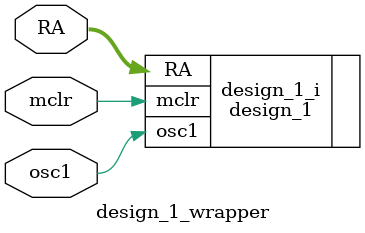
<source format=v>
`timescale 1 ps / 1 ps

module design_1_wrapper
   (RA,
    mclr,
    osc1);
  inout [3:0]RA;
  input mclr;
  input osc1;

  wire [3:0]RA;
  wire mclr;
  wire osc1;

  design_1 design_1_i
       (.RA(RA),
        .mclr(mclr),
        .osc1(osc1));
endmodule

</source>
